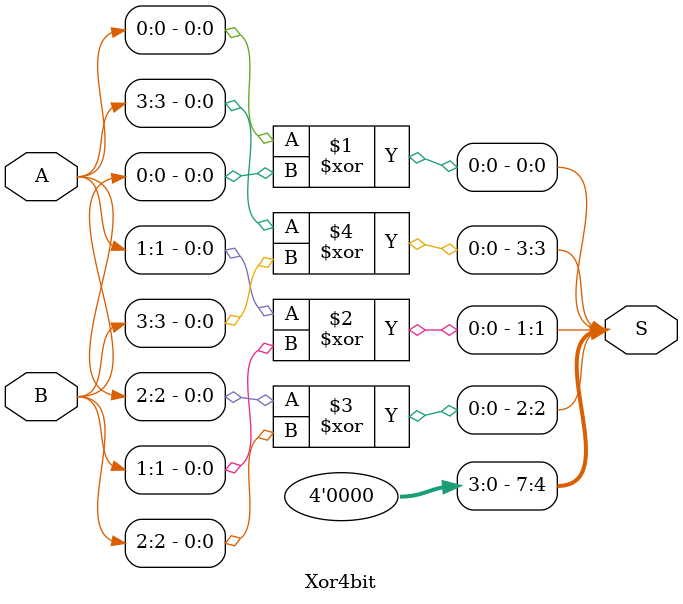
<source format=v>
module Xor4bit(A, B, S);

input [3:0] A, B;
output [7:0] S;

xor xor0(S[0], A[0], B[0]);
xor xor1(S[1], A[1], B[1]);
xor xor2(S[2], A[2], B[2]);
xor xor3(S[3], A[3], B[3]);

and and4(S[4], 1'b0, 1'b0);
and and5(S[5], 1'b0, 1'b0);
and and6(S[6], 1'b0, 1'b0);
and and7(S[7], 1'b0, 1'b0);

endmodule
</source>
